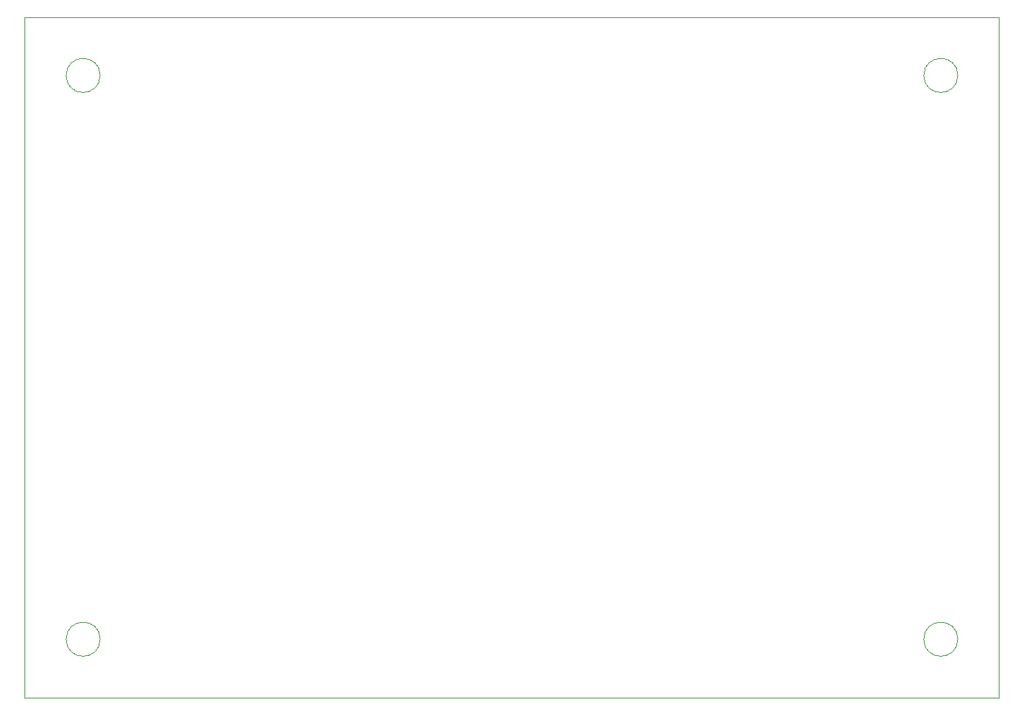
<source format=gm1>
G04 #@! TF.GenerationSoftware,KiCad,Pcbnew,8.0.1*
G04 #@! TF.CreationDate,2024-04-23T21:26:09-07:00*
G04 #@! TF.ProjectId,LED_Device,4c45445f-4465-4766-9963-652e6b696361,rev?*
G04 #@! TF.SameCoordinates,Original*
G04 #@! TF.FileFunction,Profile,NP*
%FSLAX46Y46*%
G04 Gerber Fmt 4.6, Leading zero omitted, Abs format (unit mm)*
G04 Created by KiCad (PCBNEW 8.0.1) date 2024-04-23 21:26:09*
%MOMM*%
%LPD*%
G01*
G04 APERTURE LIST*
G04 #@! TA.AperFunction,Profile*
%ADD10C,0.100000*%
G04 #@! TD*
G04 APERTURE END LIST*
D10*
X198088000Y-78994000D02*
G75*
G02*
X194088000Y-78994000I-2000000J0D01*
G01*
X194088000Y-78994000D02*
G75*
G02*
X198088000Y-78994000I2000000J0D01*
G01*
X97250000Y-78994000D02*
G75*
G02*
X93250000Y-78994000I-2000000J0D01*
G01*
X93250000Y-78994000D02*
G75*
G02*
X97250000Y-78994000I2000000J0D01*
G01*
X88392000Y-72136000D02*
X202946000Y-72136000D01*
X202946000Y-152146000D01*
X88392000Y-152146000D01*
X88392000Y-72136000D01*
X97250000Y-145288000D02*
G75*
G02*
X93250000Y-145288000I-2000000J0D01*
G01*
X93250000Y-145288000D02*
G75*
G02*
X97250000Y-145288000I2000000J0D01*
G01*
X198088000Y-145288000D02*
G75*
G02*
X194088000Y-145288000I-2000000J0D01*
G01*
X194088000Y-145288000D02*
G75*
G02*
X198088000Y-145288000I2000000J0D01*
G01*
M02*

</source>
